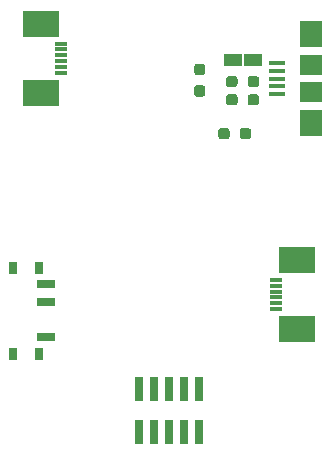
<source format=gbr>
%TF.GenerationSoftware,KiCad,Pcbnew,(5.1.8)-1*%
%TF.CreationDate,2021-09-07T20:43:03-04:00*%
%TF.ProjectId,mainboard_v1,6d61696e-626f-4617-9264-5f76312e6b69,rev?*%
%TF.SameCoordinates,Original*%
%TF.FileFunction,Paste,Bot*%
%TF.FilePolarity,Positive*%
%FSLAX46Y46*%
G04 Gerber Fmt 4.6, Leading zero omitted, Abs format (unit mm)*
G04 Created by KiCad (PCBNEW (5.1.8)-1) date 2021-09-07 20:43:03*
%MOMM*%
%LPD*%
G01*
G04 APERTURE LIST*
%ADD10R,1.550000X1.100000*%
%ADD11R,3.100000X2.300000*%
%ADD12R,1.100000X0.300000*%
%ADD13R,0.650000X2.150000*%
%ADD14R,1.900000X1.800000*%
%ADD15R,1.900000X2.300000*%
%ADD16R,1.400000X0.400000*%
%ADD17R,1.500000X0.700000*%
%ADD18R,0.800000X1.000000*%
G04 APERTURE END LIST*
%TO.C,R11*%
G36*
G01*
X195975000Y-104617500D02*
X195975000Y-104142500D01*
G75*
G02*
X196212500Y-103905000I237500J0D01*
G01*
X196712500Y-103905000D01*
G75*
G02*
X196950000Y-104142500I0J-237500D01*
G01*
X196950000Y-104617500D01*
G75*
G02*
X196712500Y-104855000I-237500J0D01*
G01*
X196212500Y-104855000D01*
G75*
G02*
X195975000Y-104617500I0J237500D01*
G01*
G37*
G36*
G01*
X194150000Y-104617500D02*
X194150000Y-104142500D01*
G75*
G02*
X194387500Y-103905000I237500J0D01*
G01*
X194887500Y-103905000D01*
G75*
G02*
X195125000Y-104142500I0J-237500D01*
G01*
X195125000Y-104617500D01*
G75*
G02*
X194887500Y-104855000I-237500J0D01*
G01*
X194387500Y-104855000D01*
G75*
G02*
X194150000Y-104617500I0J237500D01*
G01*
G37*
%TD*%
%TO.C,R10*%
G36*
G01*
X192837500Y-99435000D02*
X192362500Y-99435000D01*
G75*
G02*
X192125000Y-99197500I0J237500D01*
G01*
X192125000Y-98697500D01*
G75*
G02*
X192362500Y-98460000I237500J0D01*
G01*
X192837500Y-98460000D01*
G75*
G02*
X193075000Y-98697500I0J-237500D01*
G01*
X193075000Y-99197500D01*
G75*
G02*
X192837500Y-99435000I-237500J0D01*
G01*
G37*
G36*
G01*
X192837500Y-101260000D02*
X192362500Y-101260000D01*
G75*
G02*
X192125000Y-101022500I0J237500D01*
G01*
X192125000Y-100522500D01*
G75*
G02*
X192362500Y-100285000I237500J0D01*
G01*
X192837500Y-100285000D01*
G75*
G02*
X193075000Y-100522500I0J-237500D01*
G01*
X193075000Y-101022500D01*
G75*
G02*
X192837500Y-101260000I-237500J0D01*
G01*
G37*
%TD*%
D10*
%TO.C,C13*%
X195370000Y-98140000D03*
X197070000Y-98140000D03*
%TD*%
D11*
%TO.C,J8*%
X200790000Y-120920000D03*
X200790000Y-115080000D03*
D12*
X199090000Y-119250000D03*
X199090000Y-118750000D03*
X199090000Y-118250000D03*
X199090000Y-117750000D03*
X199090000Y-117250000D03*
X199090000Y-116750000D03*
%TD*%
D11*
%TO.C,J3*%
X179190000Y-95080000D03*
X179190000Y-100920000D03*
D12*
X180890000Y-96750000D03*
X180890000Y-97250000D03*
X180890000Y-97750000D03*
X180890000Y-98250000D03*
X180890000Y-98750000D03*
X180890000Y-99250000D03*
%TD*%
D13*
%TO.C,J7*%
X187460000Y-126025000D03*
X188730000Y-126025000D03*
X190000000Y-126025000D03*
X191270000Y-126025000D03*
X192540000Y-126025000D03*
X187460000Y-129675000D03*
X188730000Y-129675000D03*
X190000000Y-129675000D03*
X191270000Y-129675000D03*
X192540000Y-129675000D03*
%TD*%
D14*
%TO.C,J2*%
X201980000Y-100870000D03*
X201980000Y-98570000D03*
D15*
X201980000Y-103470000D03*
X201980000Y-95970000D03*
D16*
X199130000Y-101020000D03*
X199130000Y-100370000D03*
X199130000Y-99720000D03*
X199130000Y-99070000D03*
X199130000Y-98420000D03*
%TD*%
%TO.C,R8*%
G36*
G01*
X197620000Y-101272500D02*
X197620000Y-101747500D01*
G75*
G02*
X197382500Y-101985000I-237500J0D01*
G01*
X196882500Y-101985000D01*
G75*
G02*
X196645000Y-101747500I0J237500D01*
G01*
X196645000Y-101272500D01*
G75*
G02*
X196882500Y-101035000I237500J0D01*
G01*
X197382500Y-101035000D01*
G75*
G02*
X197620000Y-101272500I0J-237500D01*
G01*
G37*
G36*
G01*
X195795000Y-101272500D02*
X195795000Y-101747500D01*
G75*
G02*
X195557500Y-101985000I-237500J0D01*
G01*
X195057500Y-101985000D01*
G75*
G02*
X194820000Y-101747500I0J237500D01*
G01*
X194820000Y-101272500D01*
G75*
G02*
X195057500Y-101035000I237500J0D01*
G01*
X195557500Y-101035000D01*
G75*
G02*
X195795000Y-101272500I0J-237500D01*
G01*
G37*
%TD*%
%TO.C,R9*%
G36*
G01*
X197620000Y-99735000D02*
X197620000Y-100210000D01*
G75*
G02*
X197382500Y-100447500I-237500J0D01*
G01*
X196882500Y-100447500D01*
G75*
G02*
X196645000Y-100210000I0J237500D01*
G01*
X196645000Y-99735000D01*
G75*
G02*
X196882500Y-99497500I237500J0D01*
G01*
X197382500Y-99497500D01*
G75*
G02*
X197620000Y-99735000I0J-237500D01*
G01*
G37*
G36*
G01*
X195795000Y-99735000D02*
X195795000Y-100210000D01*
G75*
G02*
X195557500Y-100447500I-237500J0D01*
G01*
X195057500Y-100447500D01*
G75*
G02*
X194820000Y-100210000I0J237500D01*
G01*
X194820000Y-99735000D01*
G75*
G02*
X195057500Y-99497500I237500J0D01*
G01*
X195557500Y-99497500D01*
G75*
G02*
X195795000Y-99735000I0J-237500D01*
G01*
G37*
%TD*%
D17*
%TO.C,SW1*%
X179610000Y-121620000D03*
X179610000Y-118620000D03*
X179610000Y-117120000D03*
D18*
X176750000Y-123020000D03*
X176750000Y-115720000D03*
X178960000Y-115720000D03*
X178960000Y-123020000D03*
%TD*%
M02*

</source>
